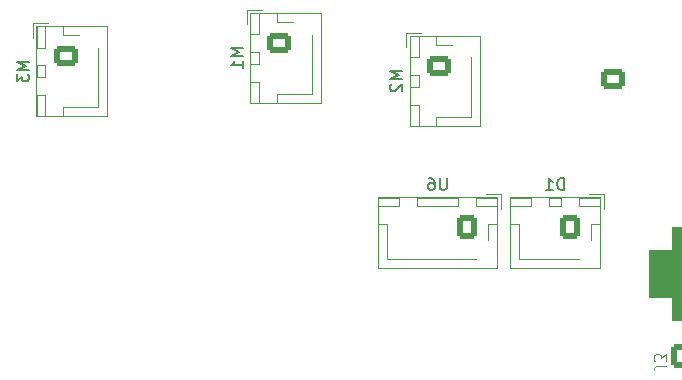
<source format=gbo>
%TF.GenerationSoftware,KiCad,Pcbnew,8.0.0-dirty*%
%TF.CreationDate,2024-04-14T21:31:16-04:00*%
%TF.ProjectId,MainPCB,4d61696e-5043-4422-9e6b-696361645f70,rev?*%
%TF.SameCoordinates,Original*%
%TF.FileFunction,Legend,Bot*%
%TF.FilePolarity,Positive*%
%FSLAX46Y46*%
G04 Gerber Fmt 4.6, Leading zero omitted, Abs format (unit mm)*
G04 Created by KiCad (PCBNEW 8.0.0-dirty) date 2024-04-14 21:31:16*
%MOMM*%
%LPD*%
G01*
G04 APERTURE LIST*
G04 Aperture macros list*
%AMRoundRect*
0 Rectangle with rounded corners*
0 $1 Rounding radius*
0 $2 $3 $4 $5 $6 $7 $8 $9 X,Y pos of 4 corners*
0 Add a 4 corners polygon primitive as box body*
4,1,4,$2,$3,$4,$5,$6,$7,$8,$9,$2,$3,0*
0 Add four circle primitives for the rounded corners*
1,1,$1+$1,$2,$3*
1,1,$1+$1,$4,$5*
1,1,$1+$1,$6,$7*
1,1,$1+$1,$8,$9*
0 Add four rect primitives between the rounded corners*
20,1,$1+$1,$2,$3,$4,$5,0*
20,1,$1+$1,$4,$5,$6,$7,0*
20,1,$1+$1,$6,$7,$8,$9,0*
20,1,$1+$1,$8,$9,$2,$3,0*%
G04 Aperture macros list end*
%ADD10C,0.150000*%
%ADD11C,0.100000*%
%ADD12C,0.120000*%
%ADD13R,1.295400X1.295400*%
%ADD14C,1.295400*%
%ADD15RoundRect,0.250000X0.600000X-0.600000X0.600000X0.600000X-0.600000X0.600000X-0.600000X-0.600000X0*%
%ADD16C,1.700000*%
%ADD17R,1.600000X1.600000*%
%ADD18C,1.600000*%
%ADD19R,1.700000X1.700000*%
%ADD20O,1.700000X1.700000*%
%ADD21RoundRect,0.250000X-0.600000X-0.750000X0.600000X-0.750000X0.600000X0.750000X-0.600000X0.750000X0*%
%ADD22O,1.700000X2.000000*%
%ADD23C,5.600000*%
%ADD24RoundRect,0.250000X-0.600000X0.600000X-0.600000X-0.600000X0.600000X-0.600000X0.600000X0.600000X0*%
%ADD25C,1.524000*%
%ADD26RoundRect,0.250000X-0.600000X-0.725000X0.600000X-0.725000X0.600000X0.725000X-0.600000X0.725000X0*%
%ADD27O,1.700000X1.950000*%
%ADD28RoundRect,0.250000X0.600000X0.725000X-0.600000X0.725000X-0.600000X-0.725000X0.600000X-0.725000X0*%
%ADD29RoundRect,0.250000X0.725000X-0.600000X0.725000X0.600000X-0.725000X0.600000X-0.725000X-0.600000X0*%
%ADD30O,1.950000X1.700000*%
%ADD31RoundRect,0.250000X-0.725000X0.600000X-0.725000X-0.600000X0.725000X-0.600000X0.725000X0.600000X0*%
%ADD32O,6.000000X2.000000*%
%ADD33RoundRect,0.250000X-0.750000X0.600000X-0.750000X-0.600000X0.750000X-0.600000X0.750000X0.600000X0*%
%ADD34O,2.000000X1.700000*%
%ADD35O,1.600000X1.600000*%
%ADD36RoundRect,2.000000X2.000000X-2.000000X2.000000X2.000000X-2.000000X2.000000X-2.000000X-2.000000X0*%
%ADD37RoundRect,0.250000X0.600000X0.750000X-0.600000X0.750000X-0.600000X-0.750000X0.600000X-0.750000X0*%
G04 APERTURE END LIST*
D10*
X156461904Y-81304819D02*
X156461904Y-82114342D01*
X156461904Y-82114342D02*
X156414285Y-82209580D01*
X156414285Y-82209580D02*
X156366666Y-82257200D01*
X156366666Y-82257200D02*
X156271428Y-82304819D01*
X156271428Y-82304819D02*
X156080952Y-82304819D01*
X156080952Y-82304819D02*
X155985714Y-82257200D01*
X155985714Y-82257200D02*
X155938095Y-82209580D01*
X155938095Y-82209580D02*
X155890476Y-82114342D01*
X155890476Y-82114342D02*
X155890476Y-81304819D01*
X154985714Y-81304819D02*
X155176190Y-81304819D01*
X155176190Y-81304819D02*
X155271428Y-81352438D01*
X155271428Y-81352438D02*
X155319047Y-81400057D01*
X155319047Y-81400057D02*
X155414285Y-81542914D01*
X155414285Y-81542914D02*
X155461904Y-81733390D01*
X155461904Y-81733390D02*
X155461904Y-82114342D01*
X155461904Y-82114342D02*
X155414285Y-82209580D01*
X155414285Y-82209580D02*
X155366666Y-82257200D01*
X155366666Y-82257200D02*
X155271428Y-82304819D01*
X155271428Y-82304819D02*
X155080952Y-82304819D01*
X155080952Y-82304819D02*
X154985714Y-82257200D01*
X154985714Y-82257200D02*
X154938095Y-82209580D01*
X154938095Y-82209580D02*
X154890476Y-82114342D01*
X154890476Y-82114342D02*
X154890476Y-81876247D01*
X154890476Y-81876247D02*
X154938095Y-81781009D01*
X154938095Y-81781009D02*
X154985714Y-81733390D01*
X154985714Y-81733390D02*
X155080952Y-81685771D01*
X155080952Y-81685771D02*
X155271428Y-81685771D01*
X155271428Y-81685771D02*
X155366666Y-81733390D01*
X155366666Y-81733390D02*
X155414285Y-81781009D01*
X155414285Y-81781009D02*
X155461904Y-81876247D01*
X139209819Y-70324576D02*
X138209819Y-70324576D01*
X138209819Y-70324576D02*
X138924104Y-70657909D01*
X138924104Y-70657909D02*
X138209819Y-70991242D01*
X138209819Y-70991242D02*
X139209819Y-70991242D01*
X139209819Y-71991242D02*
X139209819Y-71419814D01*
X139209819Y-71705528D02*
X138209819Y-71705528D01*
X138209819Y-71705528D02*
X138352676Y-71610290D01*
X138352676Y-71610290D02*
X138447914Y-71515052D01*
X138447914Y-71515052D02*
X138495533Y-71419814D01*
X121104819Y-71440476D02*
X120104819Y-71440476D01*
X120104819Y-71440476D02*
X120819104Y-71773809D01*
X120819104Y-71773809D02*
X120104819Y-72107142D01*
X120104819Y-72107142D02*
X121104819Y-72107142D01*
X120104819Y-72488095D02*
X120104819Y-73107142D01*
X120104819Y-73107142D02*
X120485771Y-72773809D01*
X120485771Y-72773809D02*
X120485771Y-72916666D01*
X120485771Y-72916666D02*
X120533390Y-73011904D01*
X120533390Y-73011904D02*
X120581009Y-73059523D01*
X120581009Y-73059523D02*
X120676247Y-73107142D01*
X120676247Y-73107142D02*
X120914342Y-73107142D01*
X120914342Y-73107142D02*
X121009580Y-73059523D01*
X121009580Y-73059523D02*
X121057200Y-73011904D01*
X121057200Y-73011904D02*
X121104819Y-72916666D01*
X121104819Y-72916666D02*
X121104819Y-72630952D01*
X121104819Y-72630952D02*
X121057200Y-72535714D01*
X121057200Y-72535714D02*
X121009580Y-72488095D01*
D11*
X175018580Y-97195433D02*
X174304295Y-97195433D01*
X174304295Y-97195433D02*
X174161438Y-97243052D01*
X174161438Y-97243052D02*
X174066200Y-97338290D01*
X174066200Y-97338290D02*
X174018580Y-97481147D01*
X174018580Y-97481147D02*
X174018580Y-97576385D01*
X175018580Y-96814480D02*
X175018580Y-96195433D01*
X175018580Y-96195433D02*
X174637628Y-96528766D01*
X174637628Y-96528766D02*
X174637628Y-96385909D01*
X174637628Y-96385909D02*
X174590009Y-96290671D01*
X174590009Y-96290671D02*
X174542390Y-96243052D01*
X174542390Y-96243052D02*
X174447152Y-96195433D01*
X174447152Y-96195433D02*
X174209057Y-96195433D01*
X174209057Y-96195433D02*
X174113819Y-96243052D01*
X174113819Y-96243052D02*
X174066200Y-96290671D01*
X174066200Y-96290671D02*
X174018580Y-96385909D01*
X174018580Y-96385909D02*
X174018580Y-96671623D01*
X174018580Y-96671623D02*
X174066200Y-96766861D01*
X174066200Y-96766861D02*
X174113819Y-96814480D01*
D10*
X166388094Y-82304819D02*
X166388094Y-81304819D01*
X166388094Y-81304819D02*
X166149999Y-81304819D01*
X166149999Y-81304819D02*
X166007142Y-81352438D01*
X166007142Y-81352438D02*
X165911904Y-81447676D01*
X165911904Y-81447676D02*
X165864285Y-81542914D01*
X165864285Y-81542914D02*
X165816666Y-81733390D01*
X165816666Y-81733390D02*
X165816666Y-81876247D01*
X165816666Y-81876247D02*
X165864285Y-82066723D01*
X165864285Y-82066723D02*
X165911904Y-82161961D01*
X165911904Y-82161961D02*
X166007142Y-82257200D01*
X166007142Y-82257200D02*
X166149999Y-82304819D01*
X166149999Y-82304819D02*
X166388094Y-82304819D01*
X164864285Y-82304819D02*
X165435713Y-82304819D01*
X165149999Y-82304819D02*
X165149999Y-81304819D01*
X165149999Y-81304819D02*
X165245237Y-81447676D01*
X165245237Y-81447676D02*
X165340475Y-81542914D01*
X165340475Y-81542914D02*
X165435713Y-81590533D01*
X152704819Y-72265476D02*
X151704819Y-72265476D01*
X151704819Y-72265476D02*
X152419104Y-72598809D01*
X152419104Y-72598809D02*
X151704819Y-72932142D01*
X151704819Y-72932142D02*
X152704819Y-72932142D01*
X151800057Y-73360714D02*
X151752438Y-73408333D01*
X151752438Y-73408333D02*
X151704819Y-73503571D01*
X151704819Y-73503571D02*
X151704819Y-73741666D01*
X151704819Y-73741666D02*
X151752438Y-73836904D01*
X151752438Y-73836904D02*
X151800057Y-73884523D01*
X151800057Y-73884523D02*
X151895295Y-73932142D01*
X151895295Y-73932142D02*
X151990533Y-73932142D01*
X151990533Y-73932142D02*
X152133390Y-73884523D01*
X152133390Y-73884523D02*
X152704819Y-73313095D01*
X152704819Y-73313095D02*
X152704819Y-73932142D01*
D12*
%TO.C,U6*%
X150640000Y-82940000D02*
X160760000Y-82940000D01*
X150640000Y-88910000D02*
X150640000Y-82940000D01*
X150650000Y-82950000D02*
X152450000Y-82950000D01*
X150650000Y-83700000D02*
X150650000Y-82950000D01*
X150650000Y-85200000D02*
X151400000Y-85200000D01*
X151400000Y-85200000D02*
X151400000Y-88150000D01*
X151400000Y-88150000D02*
X155700000Y-88150000D01*
X152450000Y-82950000D02*
X152450000Y-83700000D01*
X152450000Y-83700000D02*
X150650000Y-83700000D01*
X153950000Y-82950000D02*
X157450000Y-82950000D01*
X153950000Y-83700000D02*
X153950000Y-82950000D01*
X155700000Y-88150000D02*
X158940000Y-88150000D01*
X157450000Y-82950000D02*
X157450000Y-83700000D01*
X157450000Y-83700000D02*
X153950000Y-83700000D01*
X158950000Y-82950000D02*
X160750000Y-82950000D01*
X158950000Y-83700000D02*
X158950000Y-82950000D01*
X159800000Y-82650000D02*
X161050000Y-82650000D01*
X160000000Y-85200000D02*
X160000000Y-86540000D01*
X160750000Y-82950000D02*
X160750000Y-83700000D01*
X160750000Y-83700000D02*
X158950000Y-83700000D01*
X160750000Y-85200000D02*
X160000000Y-85200000D01*
X160760000Y-82940000D02*
X160760000Y-88910000D01*
X160760000Y-88910000D02*
X150640000Y-88910000D01*
X161050000Y-82650000D02*
X161050000Y-83900000D01*
%TO.C,M1*%
X139555000Y-67034100D02*
X140805000Y-67034100D01*
X139555000Y-68284100D02*
X139555000Y-67034100D01*
X139845000Y-67324100D02*
X145815000Y-67324100D01*
X139845000Y-74944100D02*
X139845000Y-67324100D01*
X139855000Y-67334100D02*
X140605000Y-67334100D01*
X139855000Y-69134100D02*
X139855000Y-67334100D01*
X139855000Y-70634100D02*
X140605000Y-70634100D01*
X139855000Y-71634100D02*
X139855000Y-70634100D01*
X139855000Y-73134100D02*
X140605000Y-73134100D01*
X139855000Y-74934100D02*
X139855000Y-73134100D01*
X140605000Y-67334100D02*
X140605000Y-69134100D01*
X140605000Y-69134100D02*
X139855000Y-69134100D01*
X140605000Y-70634100D02*
X140605000Y-71634100D01*
X140605000Y-71634100D02*
X139855000Y-71634100D01*
X140605000Y-73134100D02*
X140605000Y-74934100D01*
X140605000Y-74934100D02*
X139855000Y-74934100D01*
X142105000Y-67334100D02*
X142105000Y-68084100D01*
X142105000Y-68084100D02*
X143445000Y-68084100D01*
X142105000Y-74184100D02*
X145055000Y-74184100D01*
X142105000Y-74934100D02*
X142105000Y-74184100D01*
X145055000Y-71134100D02*
X145055000Y-69144100D01*
X145055000Y-74184100D02*
X145055000Y-71134100D01*
X145815000Y-67324100D02*
X145815000Y-74944100D01*
X145815000Y-74944100D02*
X139845000Y-74944100D01*
%TO.C,M3*%
X121450000Y-68150000D02*
X122700000Y-68150000D01*
X121450000Y-69400000D02*
X121450000Y-68150000D01*
X121740000Y-68440000D02*
X127710000Y-68440000D01*
X121740000Y-76060000D02*
X121740000Y-68440000D01*
X121750000Y-68450000D02*
X122500000Y-68450000D01*
X121750000Y-70250000D02*
X121750000Y-68450000D01*
X121750000Y-71750000D02*
X122500000Y-71750000D01*
X121750000Y-72750000D02*
X121750000Y-71750000D01*
X121750000Y-74250000D02*
X122500000Y-74250000D01*
X121750000Y-76050000D02*
X121750000Y-74250000D01*
X122500000Y-68450000D02*
X122500000Y-70250000D01*
X122500000Y-70250000D02*
X121750000Y-70250000D01*
X122500000Y-71750000D02*
X122500000Y-72750000D01*
X122500000Y-72750000D02*
X121750000Y-72750000D01*
X122500000Y-74250000D02*
X122500000Y-76050000D01*
X122500000Y-76050000D02*
X121750000Y-76050000D01*
X124000000Y-68450000D02*
X124000000Y-69200000D01*
X124000000Y-69200000D02*
X125340000Y-69200000D01*
X124000000Y-75300000D02*
X126950000Y-75300000D01*
X124000000Y-76050000D02*
X124000000Y-75300000D01*
X126950000Y-72250000D02*
X126950000Y-70260000D01*
X126950000Y-75300000D02*
X126950000Y-72250000D01*
X127710000Y-68440000D02*
X127710000Y-76060000D01*
X127710000Y-76060000D02*
X121740000Y-76060000D01*
%TO.C,D1*%
X161840000Y-82940000D02*
X169460000Y-82940000D01*
X161840000Y-88910000D02*
X161840000Y-82940000D01*
X161850000Y-82950000D02*
X163650000Y-82950000D01*
X161850000Y-83700000D02*
X161850000Y-82950000D01*
X161850000Y-85200000D02*
X162600000Y-85200000D01*
X162600000Y-85200000D02*
X162600000Y-88150000D01*
X162600000Y-88150000D02*
X165650000Y-88150000D01*
X163650000Y-82950000D02*
X163650000Y-83700000D01*
X163650000Y-83700000D02*
X161850000Y-83700000D01*
X165150000Y-82950000D02*
X166150000Y-82950000D01*
X165150000Y-83700000D02*
X165150000Y-82950000D01*
X165650000Y-88150000D02*
X167640000Y-88150000D01*
X166150000Y-82950000D02*
X166150000Y-83700000D01*
X166150000Y-83700000D02*
X165150000Y-83700000D01*
X167650000Y-82950000D02*
X169450000Y-82950000D01*
X167650000Y-83700000D02*
X167650000Y-82950000D01*
X168500000Y-82650000D02*
X169750000Y-82650000D01*
X168700000Y-85200000D02*
X168700000Y-86540000D01*
X169450000Y-82950000D02*
X169450000Y-83700000D01*
X169450000Y-83700000D02*
X167650000Y-83700000D01*
X169450000Y-85200000D02*
X168700000Y-85200000D01*
X169460000Y-82940000D02*
X169460000Y-88910000D01*
X169460000Y-88910000D02*
X161840000Y-88910000D01*
X169750000Y-82650000D02*
X169750000Y-83900000D01*
%TO.C,M2*%
X153050000Y-68975000D02*
X154300000Y-68975000D01*
X153050000Y-70225000D02*
X153050000Y-68975000D01*
X153340000Y-69265000D02*
X159310000Y-69265000D01*
X153340000Y-76885000D02*
X153340000Y-69265000D01*
X153350000Y-69275000D02*
X154100000Y-69275000D01*
X153350000Y-71075000D02*
X153350000Y-69275000D01*
X153350000Y-72575000D02*
X154100000Y-72575000D01*
X153350000Y-73575000D02*
X153350000Y-72575000D01*
X153350000Y-75075000D02*
X154100000Y-75075000D01*
X153350000Y-76875000D02*
X153350000Y-75075000D01*
X154100000Y-69275000D02*
X154100000Y-71075000D01*
X154100000Y-71075000D02*
X153350000Y-71075000D01*
X154100000Y-72575000D02*
X154100000Y-73575000D01*
X154100000Y-73575000D02*
X153350000Y-73575000D01*
X154100000Y-75075000D02*
X154100000Y-76875000D01*
X154100000Y-76875000D02*
X153350000Y-76875000D01*
X155600000Y-69275000D02*
X155600000Y-70025000D01*
X155600000Y-70025000D02*
X156940000Y-70025000D01*
X155600000Y-76125000D02*
X158550000Y-76125000D01*
X155600000Y-76875000D02*
X155600000Y-76125000D01*
X158550000Y-73075000D02*
X158550000Y-71085000D01*
X158550000Y-76125000D02*
X158550000Y-73075000D01*
X159310000Y-69265000D02*
X159310000Y-76885000D01*
X159310000Y-76885000D02*
X153340000Y-76885000D01*
%TD*%
%LPC*%
D13*
%TO.C,SW2*%
X91200000Y-110626000D03*
D14*
X93200000Y-110626000D03*
X95200001Y-110626000D03*
%TD*%
D15*
%TO.C,J8*%
X104380000Y-109140000D03*
D16*
X104380000Y-106600000D03*
X106920000Y-109140000D03*
X106920000Y-106600000D03*
X109460000Y-109140000D03*
X109460000Y-106600000D03*
X112000000Y-109140000D03*
X112000000Y-106600000D03*
X114540000Y-109140000D03*
X114540000Y-106600000D03*
X117080000Y-109140000D03*
X117080000Y-106600000D03*
%TD*%
D17*
%TO.C,U1*%
X89560000Y-101440000D03*
D18*
X92100000Y-101440000D03*
X94640000Y-101440000D03*
X97180000Y-101440000D03*
X99720000Y-101440000D03*
X102260000Y-101440000D03*
X104800000Y-101440000D03*
X107340000Y-101440000D03*
X109880000Y-101440000D03*
X112420000Y-101440000D03*
X114960000Y-101440000D03*
X117500000Y-101440000D03*
X120040000Y-101440000D03*
X122580000Y-101440000D03*
X125120000Y-101440000D03*
X127660000Y-101440000D03*
X130200000Y-101440000D03*
X132740000Y-101440000D03*
X135280000Y-101440000D03*
X137820000Y-101440000D03*
X140360000Y-101440000D03*
X142900000Y-101440000D03*
X145440000Y-101440000D03*
X147980000Y-101440000D03*
X147980000Y-86200000D03*
X145440000Y-86200000D03*
X142900000Y-86200000D03*
X140360000Y-86200000D03*
X137820000Y-86200000D03*
X135280000Y-86200000D03*
X132740000Y-86200000D03*
X130200000Y-86200000D03*
X127660000Y-86200000D03*
X125120000Y-86200000D03*
X122580000Y-86200000D03*
X120040000Y-86200000D03*
X117500000Y-86200000D03*
X114960000Y-86200000D03*
X112420000Y-86200000D03*
X109880000Y-86200000D03*
X107340000Y-86200000D03*
X104800000Y-86200000D03*
X102260000Y-86200000D03*
X99720000Y-86200000D03*
X97180000Y-86200000D03*
X94640000Y-86200000D03*
X92100000Y-86200000D03*
X89560000Y-86200000D03*
%TD*%
D19*
%TO.C,U5*%
X177207500Y-65233000D03*
D20*
X177207500Y-67773000D03*
X177207500Y-70313000D03*
X177207500Y-72853000D03*
X177207500Y-75393000D03*
D19*
X190141000Y-66087000D03*
D20*
X190141000Y-68627000D03*
X190141000Y-71167000D03*
X190141000Y-73707000D03*
X190141000Y-76247000D03*
%TD*%
D21*
%TO.C,J4*%
X176350000Y-96383000D03*
D22*
X178850000Y-96383000D03*
%TD*%
D23*
%TO.C,H1*%
X106243500Y-81302900D03*
%TD*%
D24*
%TO.C,J12*%
X158400000Y-111660000D03*
D16*
X158400000Y-114200000D03*
X155860000Y-111660000D03*
X155860000Y-114200000D03*
X153320000Y-111660000D03*
X153320000Y-114200000D03*
X150780000Y-111660000D03*
X150780000Y-114200000D03*
%TD*%
D23*
%TO.C,H8*%
X169230000Y-115731900D03*
%TD*%
%TO.C,H5*%
X169230000Y-66731900D03*
%TD*%
D19*
%TO.C,U2*%
X136064500Y-66531000D03*
D20*
X136064500Y-69071000D03*
X136064500Y-71611000D03*
X136064500Y-74151000D03*
X136064500Y-76691000D03*
D19*
X148998000Y-67385000D03*
D20*
X148998000Y-69925000D03*
X148998000Y-72465000D03*
X148998000Y-75005000D03*
X148998000Y-77545000D03*
%TD*%
D23*
%TO.C,H4*%
X158086200Y-121806800D03*
%TD*%
D21*
%TO.C,J10*%
X175300000Y-117600000D03*
D22*
X177800000Y-117600000D03*
%TD*%
D25*
%TO.C,U13*%
X190600000Y-112560000D03*
X190600000Y-110020000D03*
X190600000Y-107480000D03*
X190600000Y-104940000D03*
X190600000Y-102400000D03*
%TD*%
D13*
%TO.C,SW3*%
X91168000Y-115452000D03*
D14*
X93168000Y-115452000D03*
X95168001Y-115452000D03*
%TD*%
D26*
%TO.C,J1*%
X101400000Y-121550000D03*
D27*
X103900000Y-121550000D03*
X106400000Y-121550000D03*
X108900000Y-121550000D03*
%TD*%
D28*
%TO.C,J2*%
X189000000Y-118600000D03*
D27*
X186500000Y-118600000D03*
X184000000Y-118600000D03*
%TD*%
D13*
%TO.C,SW4*%
X91200000Y-120278000D03*
D14*
X93200000Y-120278000D03*
X95200001Y-120278000D03*
%TD*%
D19*
%TO.C,J5*%
X179900000Y-124400000D03*
D20*
X177360000Y-124400000D03*
X174820000Y-124400000D03*
X172280000Y-124400000D03*
X169740000Y-124400000D03*
X167200000Y-124400000D03*
%TD*%
D29*
%TO.C,J6*%
X101750000Y-72400000D03*
D30*
X101750000Y-69900000D03*
X101750000Y-67400000D03*
%TD*%
D13*
%TO.C,SW1*%
X91200000Y-105800000D03*
D14*
X93200000Y-105800000D03*
X95200001Y-105800000D03*
%TD*%
D23*
%TO.C,H2*%
X174216500Y-81302900D03*
%TD*%
%TO.C,H3*%
X122373900Y-121806800D03*
%TD*%
%TO.C,H6*%
X111230000Y-66731900D03*
%TD*%
D19*
%TO.C,U4*%
X117800000Y-66400000D03*
D20*
X117800000Y-68940000D03*
X117800000Y-71480000D03*
X117800000Y-74020000D03*
X117800000Y-76560000D03*
D19*
X130733500Y-67254000D03*
D20*
X130733500Y-69794000D03*
X130733500Y-72334000D03*
X130733500Y-74874000D03*
X130733500Y-77414000D03*
%TD*%
D31*
%TO.C,J9*%
X189400000Y-83000000D03*
D30*
X189400000Y-85500000D03*
X189400000Y-88000000D03*
X189400000Y-90500000D03*
%TD*%
D23*
%TO.C,H7*%
X111230000Y-115731900D03*
%TD*%
D32*
%TO.C,U12*%
X93273000Y-78515000D03*
X93273000Y-71415000D03*
%TD*%
D25*
%TO.C,U10*%
X151570000Y-93400000D03*
X151570000Y-95940000D03*
X151570000Y-98480000D03*
X151570000Y-101020000D03*
X151570000Y-103560000D03*
X170030000Y-93400000D03*
X170030000Y-98480000D03*
X170030000Y-103560000D03*
X170030000Y-95940000D03*
X170030000Y-101020000D03*
%TD*%
D33*
%TO.C,M4*%
X170585000Y-72890000D03*
D34*
X170585000Y-75390000D03*
%TD*%
D25*
%TO.C,U11*%
X132470000Y-123960000D03*
X135010000Y-123960000D03*
X137550000Y-123960000D03*
X140090000Y-123960000D03*
X142630000Y-123960000D03*
%TD*%
D18*
%TO.C,R1*%
X183800000Y-91280000D03*
D35*
X183800000Y-81120000D03*
%TD*%
D19*
%TO.C,U3*%
X153885500Y-79479500D03*
D20*
X156425500Y-79479500D03*
X158965500Y-79479500D03*
X161505500Y-79479500D03*
X164045500Y-79479500D03*
D19*
X154739500Y-66546000D03*
D20*
X157279500Y-66546000D03*
X159819500Y-66546000D03*
X162359500Y-66546000D03*
X164899500Y-66546000D03*
%TD*%
D28*
%TO.C,U6*%
X158200000Y-85400000D03*
D27*
X155700000Y-85400000D03*
X153200000Y-85400000D03*
%TD*%
D33*
%TO.C,M1*%
X142305000Y-69884100D03*
D34*
X142305000Y-72384100D03*
%TD*%
D33*
%TO.C,M3*%
X124200000Y-71000000D03*
D34*
X124200000Y-73500000D03*
%TD*%
D36*
%TO.C,J3*%
X177546000Y-104408000D03*
X177546000Y-89408000D03*
%TD*%
D37*
%TO.C,D1*%
X166900000Y-85400000D03*
D22*
X164400000Y-85400000D03*
%TD*%
D33*
%TO.C,M2*%
X155800000Y-71825000D03*
D34*
X155800000Y-74325000D03*
%TD*%
%LPD*%
M02*

</source>
